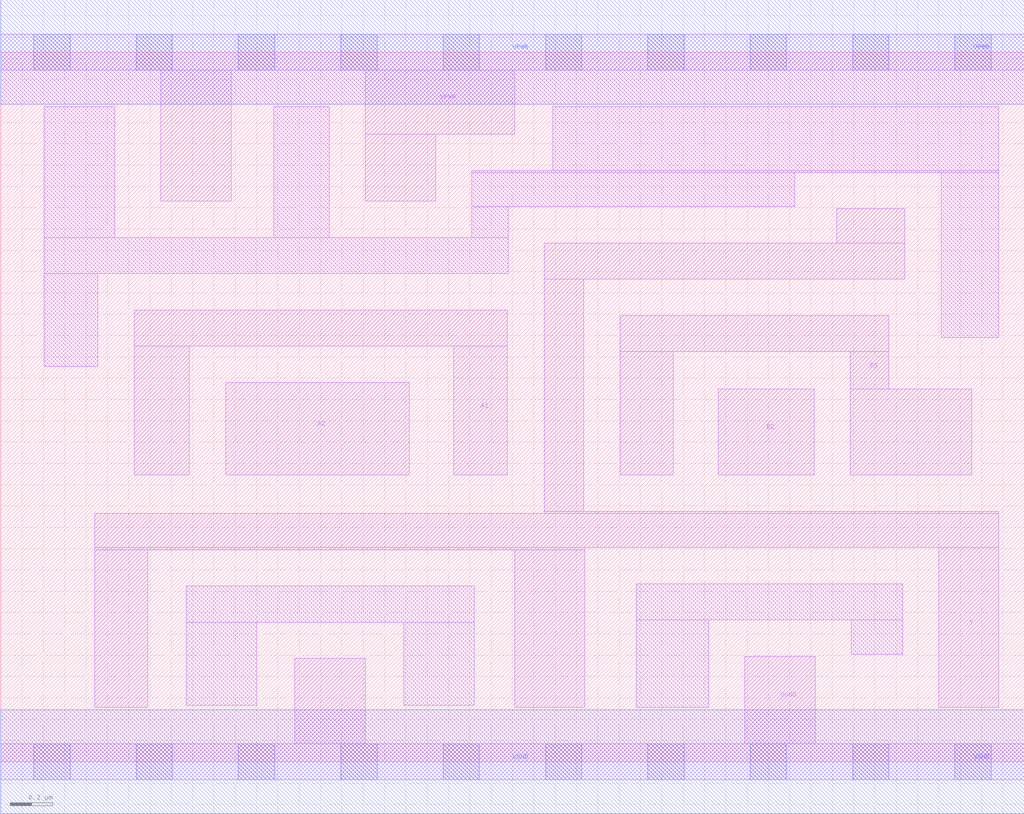
<source format=lef>
# Copyright 2020 The SkyWater PDK Authors
#
# Licensed under the Apache License, Version 2.0 (the "License");
# you may not use this file except in compliance with the License.
# You may obtain a copy of the License at
#
#     https://www.apache.org/licenses/LICENSE-2.0
#
# Unless required by applicable law or agreed to in writing, software
# distributed under the License is distributed on an "AS IS" BASIS,
# WITHOUT WARRANTIES OR CONDITIONS OF ANY KIND, either express or implied.
# See the License for the specific language governing permissions and
# limitations under the License.
#
# SPDX-License-Identifier: Apache-2.0

VERSION 5.7 ;
  NAMESCASESENSITIVE ON ;
  NOWIREEXTENSIONATPIN ON ;
  DIVIDERCHAR "/" ;
  BUSBITCHARS "[]" ;
UNITS
  DATABASE MICRONS 200 ;
END UNITS
MACRO sky130_fd_sc_lp__a22oi_2
  CLASS CORE ;
  SOURCE USER ;
  FOREIGN sky130_fd_sc_lp__a22oi_2 ;
  ORIGIN  0.000000  0.000000 ;
  SIZE  4.800000 BY  3.330000 ;
  SYMMETRY X Y R90 ;
  SITE unit ;
  PIN A1
    ANTENNAGATEAREA  0.630000 ;
    DIRECTION INPUT ;
    USE SIGNAL ;
    PORT
      LAYER li1 ;
        RECT 0.625000 1.345000 0.885000 1.950000 ;
        RECT 0.625000 1.950000 2.375000 2.120000 ;
        RECT 2.125000 1.345000 2.375000 1.950000 ;
    END
  END A1
  PIN A2
    ANTENNAGATEAREA  0.630000 ;
    DIRECTION INPUT ;
    USE SIGNAL ;
    PORT
      LAYER li1 ;
        RECT 1.055000 1.345000 1.915000 1.780000 ;
    END
  END A2
  PIN B1
    ANTENNAGATEAREA  0.630000 ;
    DIRECTION INPUT ;
    USE SIGNAL ;
    PORT
      LAYER li1 ;
        RECT 2.905000 1.345000 3.155000 1.925000 ;
        RECT 2.905000 1.925000 4.165000 2.095000 ;
        RECT 3.985000 1.345000 4.555000 1.750000 ;
        RECT 3.985000 1.750000 4.165000 1.925000 ;
    END
  END B1
  PIN B2
    ANTENNAGATEAREA  0.630000 ;
    DIRECTION INPUT ;
    USE SIGNAL ;
    PORT
      LAYER li1 ;
        RECT 3.365000 1.345000 3.815000 1.750000 ;
    END
  END B2
  PIN Y
    ANTENNADIFFAREA  1.604400 ;
    DIRECTION OUTPUT ;
    USE SIGNAL ;
    PORT
      LAYER li1 ;
        RECT 0.440000 0.255000 0.690000 0.995000 ;
        RECT 0.440000 0.995000 2.740000 1.005000 ;
        RECT 0.440000 1.005000 4.680000 1.165000 ;
        RECT 2.410000 0.255000 2.740000 0.995000 ;
        RECT 2.550000 1.165000 4.680000 1.175000 ;
        RECT 2.550000 1.175000 2.735000 2.265000 ;
        RECT 2.550000 2.265000 4.240000 2.435000 ;
        RECT 3.920000 2.435000 4.240000 2.595000 ;
        RECT 4.400000 0.255000 4.680000 1.005000 ;
    END
  END Y
  PIN VGND
    DIRECTION INOUT ;
    USE GROUND ;
    PORT
      LAYER li1 ;
        RECT 0.000000 -0.085000 4.800000 0.085000 ;
        RECT 1.380000  0.085000 1.710000 0.485000 ;
        RECT 3.490000  0.085000 3.820000 0.495000 ;
      LAYER mcon ;
        RECT 0.155000 -0.085000 0.325000 0.085000 ;
        RECT 0.635000 -0.085000 0.805000 0.085000 ;
        RECT 1.115000 -0.085000 1.285000 0.085000 ;
        RECT 1.595000 -0.085000 1.765000 0.085000 ;
        RECT 2.075000 -0.085000 2.245000 0.085000 ;
        RECT 2.555000 -0.085000 2.725000 0.085000 ;
        RECT 3.035000 -0.085000 3.205000 0.085000 ;
        RECT 3.515000 -0.085000 3.685000 0.085000 ;
        RECT 3.995000 -0.085000 4.165000 0.085000 ;
        RECT 4.475000 -0.085000 4.645000 0.085000 ;
      LAYER met1 ;
        RECT 0.000000 -0.245000 4.800000 0.245000 ;
    END
  END VGND
  PIN VPWR
    DIRECTION INOUT ;
    USE POWER ;
    PORT
      LAYER li1 ;
        RECT 0.000000 3.245000 4.800000 3.415000 ;
        RECT 0.750000 2.630000 1.080000 3.245000 ;
        RECT 1.710000 2.630000 2.040000 2.945000 ;
        RECT 1.710000 2.945000 2.410000 3.245000 ;
      LAYER mcon ;
        RECT 0.155000 3.245000 0.325000 3.415000 ;
        RECT 0.635000 3.245000 0.805000 3.415000 ;
        RECT 1.115000 3.245000 1.285000 3.415000 ;
        RECT 1.595000 3.245000 1.765000 3.415000 ;
        RECT 2.075000 3.245000 2.245000 3.415000 ;
        RECT 2.555000 3.245000 2.725000 3.415000 ;
        RECT 3.035000 3.245000 3.205000 3.415000 ;
        RECT 3.515000 3.245000 3.685000 3.415000 ;
        RECT 3.995000 3.245000 4.165000 3.415000 ;
        RECT 4.475000 3.245000 4.645000 3.415000 ;
      LAYER met1 ;
        RECT 0.000000 3.085000 4.800000 3.575000 ;
    END
  END VPWR
  OBS
    LAYER li1 ;
      RECT 0.205000 1.855000 0.455000 2.290000 ;
      RECT 0.205000 2.290000 2.380000 2.460000 ;
      RECT 0.205000 2.460000 0.535000 3.075000 ;
      RECT 0.870000 0.265000 1.200000 0.655000 ;
      RECT 0.870000 0.655000 2.220000 0.825000 ;
      RECT 1.280000 2.460000 1.540000 3.075000 ;
      RECT 1.890000 0.265000 2.220000 0.655000 ;
      RECT 2.210000 2.460000 2.380000 2.605000 ;
      RECT 2.210000 2.605000 3.725000 2.765000 ;
      RECT 2.210000 2.765000 4.680000 2.775000 ;
      RECT 2.590000 2.775000 4.680000 3.075000 ;
      RECT 2.980000 0.255000 3.320000 0.665000 ;
      RECT 2.980000 0.665000 4.230000 0.835000 ;
      RECT 3.990000 0.505000 4.230000 0.665000 ;
      RECT 4.410000 1.990000 4.680000 2.765000 ;
  END
END sky130_fd_sc_lp__a22oi_2

</source>
